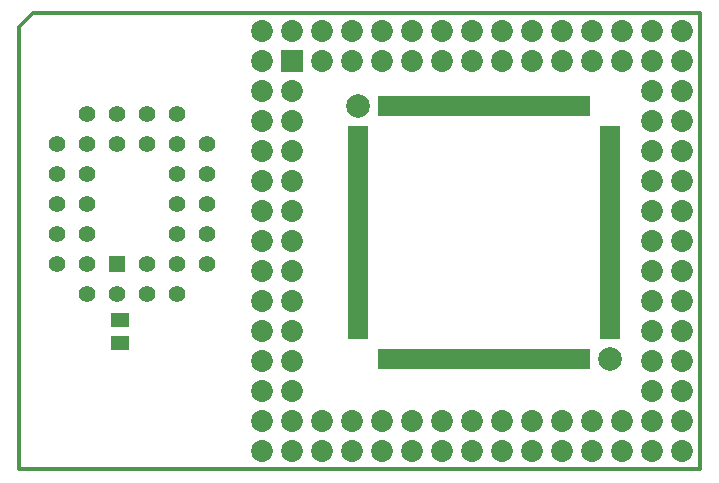
<source format=gbs>
G04 Layer_Color=16711935*
%FSLAX44Y44*%
%MOMM*%
G71*
G01*
G75*
%ADD16C,0.3500*%
%ADD29R,1.5032X1.2032*%
%ADD34C,1.8542*%
%ADD35R,1.8542X1.8542*%
%ADD36C,1.4032*%
%ADD37R,1.4032X1.4032*%
%ADD38C,2.0000*%
%ADD39R,0.5032X1.7032*%
%ADD40R,1.7032X0.5032*%
D16*
X-372110Y193040D02*
X193040D01*
Y-193040D02*
Y193040D01*
X-383540Y-193040D02*
X193040D01*
X-383540D02*
Y181610D01*
X-372110Y193040D01*
D29*
X-298450Y-66450D02*
D03*
Y-85950D02*
D03*
D34*
X152400Y152400D02*
D03*
Y-152400D02*
D03*
X-152400D02*
D03*
X-177800Y177800D02*
D03*
Y152400D02*
D03*
Y127000D02*
D03*
Y101600D02*
D03*
Y76200D02*
D03*
Y50800D02*
D03*
Y25400D02*
D03*
Y-0D02*
D03*
Y-25400D02*
D03*
Y-50800D02*
D03*
Y-76200D02*
D03*
Y-101600D02*
D03*
Y-127000D02*
D03*
Y-152400D02*
D03*
Y-177800D02*
D03*
X-152400Y177800D02*
D03*
Y127000D02*
D03*
Y101600D02*
D03*
Y76200D02*
D03*
Y50800D02*
D03*
Y25400D02*
D03*
Y-0D02*
D03*
Y-25400D02*
D03*
Y-50800D02*
D03*
Y-76200D02*
D03*
Y-101600D02*
D03*
Y-127000D02*
D03*
Y-177800D02*
D03*
X-127000Y177800D02*
D03*
Y152400D02*
D03*
Y-152400D02*
D03*
Y-177800D02*
D03*
X-101600Y177800D02*
D03*
Y152400D02*
D03*
Y-152400D02*
D03*
Y-177800D02*
D03*
X-76200Y177800D02*
D03*
Y152400D02*
D03*
Y-152400D02*
D03*
Y-177800D02*
D03*
X-50800Y177800D02*
D03*
Y152400D02*
D03*
Y-152400D02*
D03*
Y-177800D02*
D03*
X-25400Y177800D02*
D03*
Y152400D02*
D03*
Y-152400D02*
D03*
Y-177800D02*
D03*
X-0Y177800D02*
D03*
Y152400D02*
D03*
Y-152400D02*
D03*
Y-177800D02*
D03*
X25400Y177800D02*
D03*
Y152400D02*
D03*
Y-152400D02*
D03*
Y-177800D02*
D03*
X50800Y177800D02*
D03*
Y152400D02*
D03*
Y-152400D02*
D03*
Y-177800D02*
D03*
X76200Y177800D02*
D03*
Y152400D02*
D03*
Y-152400D02*
D03*
Y-177800D02*
D03*
X101600Y177800D02*
D03*
Y152400D02*
D03*
Y-152400D02*
D03*
Y-177800D02*
D03*
X127000Y177800D02*
D03*
Y152400D02*
D03*
Y-152400D02*
D03*
Y-177800D02*
D03*
X152400Y177800D02*
D03*
Y127000D02*
D03*
Y101600D02*
D03*
Y76200D02*
D03*
Y50800D02*
D03*
Y25400D02*
D03*
Y-0D02*
D03*
Y-25400D02*
D03*
Y-50800D02*
D03*
Y-76200D02*
D03*
Y-101600D02*
D03*
Y-127000D02*
D03*
Y-177800D02*
D03*
X177800Y177800D02*
D03*
Y152400D02*
D03*
Y127000D02*
D03*
Y101600D02*
D03*
Y76200D02*
D03*
Y50800D02*
D03*
Y25400D02*
D03*
Y-0D02*
D03*
Y-25400D02*
D03*
Y-50800D02*
D03*
Y-76200D02*
D03*
Y-101600D02*
D03*
Y-127000D02*
D03*
Y-152400D02*
D03*
Y-177800D02*
D03*
D35*
X-152400Y152400D02*
D03*
D36*
X-300990Y-44450D02*
D03*
X-326390Y-19050D02*
D03*
Y-44450D02*
D03*
X-351790Y-19050D02*
D03*
X-326390Y6350D02*
D03*
X-351790D02*
D03*
X-326390Y31750D02*
D03*
X-351790D02*
D03*
X-326390Y82550D02*
D03*
X-351790D02*
D03*
X-326390Y107950D02*
D03*
X-300990Y82550D02*
D03*
Y107950D02*
D03*
X-275590Y82550D02*
D03*
Y107950D02*
D03*
X-250190Y82550D02*
D03*
Y107950D02*
D03*
X-224790Y82550D02*
D03*
X-250190Y31750D02*
D03*
X-224790D02*
D03*
X-250190Y6350D02*
D03*
X-224790D02*
D03*
X-250190Y-19050D02*
D03*
X-224790D02*
D03*
X-250190Y-44450D02*
D03*
X-275590Y-19050D02*
D03*
Y-44450D02*
D03*
X-224790Y57150D02*
D03*
X-250190D02*
D03*
X-351790D02*
D03*
X-326390D02*
D03*
D37*
X-300990Y-19050D02*
D03*
D38*
X-97000Y114500D02*
D03*
X117000Y-99500D02*
D03*
D39*
X-77500D02*
D03*
X-72500D02*
D03*
X-67500D02*
D03*
X-62500D02*
D03*
X-57500D02*
D03*
X-52500D02*
D03*
X-47500D02*
D03*
X-42500D02*
D03*
X-37500D02*
D03*
X-32500D02*
D03*
X-27500D02*
D03*
X-22500D02*
D03*
X-17500D02*
D03*
X-12500D02*
D03*
X-7500D02*
D03*
X-2500D02*
D03*
X2500D02*
D03*
X7500D02*
D03*
X12500D02*
D03*
X17500D02*
D03*
X22500D02*
D03*
X27500D02*
D03*
X32500D02*
D03*
X37500D02*
D03*
X42500D02*
D03*
X47500D02*
D03*
X52500D02*
D03*
X57500D02*
D03*
X62500D02*
D03*
X67500D02*
D03*
X72500D02*
D03*
X77500D02*
D03*
X82500D02*
D03*
X87500D02*
D03*
X92500D02*
D03*
X97500D02*
D03*
Y114500D02*
D03*
X92500D02*
D03*
X87500D02*
D03*
X82500D02*
D03*
X77500D02*
D03*
X72500D02*
D03*
X67500D02*
D03*
X62500D02*
D03*
X57500D02*
D03*
X52500D02*
D03*
X47500D02*
D03*
X42500D02*
D03*
X37500D02*
D03*
X32500D02*
D03*
X27500D02*
D03*
X22500D02*
D03*
X17500D02*
D03*
X12500D02*
D03*
X7500D02*
D03*
X2500D02*
D03*
X-2500D02*
D03*
X-7500D02*
D03*
X-12500D02*
D03*
X-17500D02*
D03*
X-22500D02*
D03*
X-27500D02*
D03*
X-32500D02*
D03*
X-37500D02*
D03*
X-42500D02*
D03*
X-47500D02*
D03*
X-52500D02*
D03*
X-57500D02*
D03*
X-62500D02*
D03*
X-67500D02*
D03*
X-72500D02*
D03*
X-77500D02*
D03*
D40*
X117000Y-80000D02*
D03*
Y-75000D02*
D03*
Y-70000D02*
D03*
Y-65000D02*
D03*
Y-60000D02*
D03*
Y-55000D02*
D03*
Y-50000D02*
D03*
Y-45000D02*
D03*
Y-40000D02*
D03*
Y-35000D02*
D03*
Y-30000D02*
D03*
Y-25000D02*
D03*
Y-20000D02*
D03*
Y-15000D02*
D03*
Y-10000D02*
D03*
Y-5000D02*
D03*
Y-0D02*
D03*
Y5000D02*
D03*
Y10000D02*
D03*
Y15000D02*
D03*
Y20000D02*
D03*
Y25000D02*
D03*
Y30000D02*
D03*
Y35000D02*
D03*
Y40000D02*
D03*
Y45000D02*
D03*
Y50000D02*
D03*
Y55000D02*
D03*
Y60000D02*
D03*
Y65000D02*
D03*
Y70000D02*
D03*
Y75000D02*
D03*
Y80000D02*
D03*
Y85000D02*
D03*
Y90000D02*
D03*
Y95000D02*
D03*
X-97000D02*
D03*
Y90000D02*
D03*
Y85000D02*
D03*
Y80000D02*
D03*
Y75000D02*
D03*
Y70000D02*
D03*
Y65000D02*
D03*
Y60000D02*
D03*
Y55000D02*
D03*
Y50000D02*
D03*
X-97000Y45000D02*
D03*
Y40000D02*
D03*
Y35000D02*
D03*
X-97000Y30000D02*
D03*
Y25000D02*
D03*
Y20000D02*
D03*
Y15000D02*
D03*
Y10000D02*
D03*
X-97000Y5000D02*
D03*
Y-0D02*
D03*
X-97000Y-5000D02*
D03*
Y-10000D02*
D03*
Y-15000D02*
D03*
Y-20000D02*
D03*
Y-25000D02*
D03*
X-97000Y-30000D02*
D03*
X-97000Y-35000D02*
D03*
Y-40000D02*
D03*
Y-45000D02*
D03*
Y-50000D02*
D03*
Y-55000D02*
D03*
Y-60000D02*
D03*
X-97000Y-65000D02*
D03*
X-97000Y-70000D02*
D03*
Y-75000D02*
D03*
Y-80000D02*
D03*
M02*

</source>
